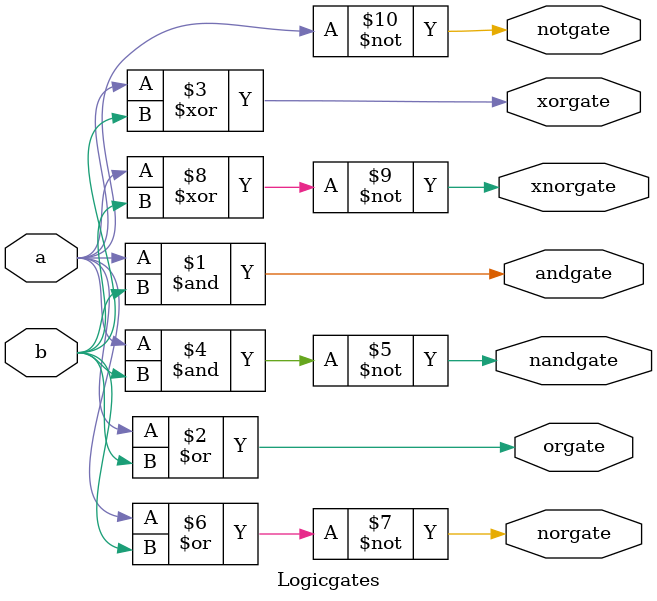
<source format=v>
module Logicgates(a,b,andgate,orgate,xorgate,nandgate,norgate,xnorgate,notgate);
input a,b;
output andgate,orgate,xorgate,nandgate,xnorgate,norgate,notgate;
and(andgate,a,b);
or(orgate,a,b);
xor(xorgate,a,b);
nand(nandgate,a,b);
nor(norgate,a,b);
xnor(xnorgate,a,b);
not(notgate,a);
endmodule

</source>
